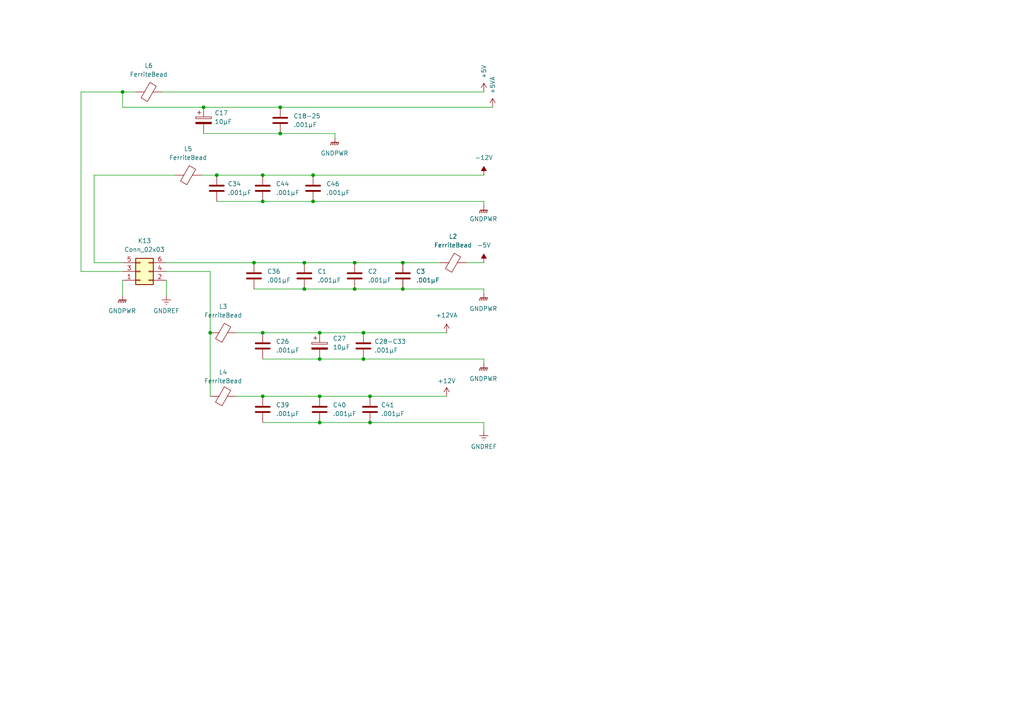
<source format=kicad_sch>
(kicad_sch (version 20230121) (generator eeschema)
  (paper "A4")
  (title_block (title "Powerplug") (rev "1") (comment 1 "Main Logic Board B20-0044 Rev 01"))
  (lib_symbols
    (symbol "Connector_Generic:Conn_02x03_Counter_Clockwise" (pin_names (offset 1.016) hide)
      (property "Reference" "K13" (at 1.27 8.89 0))
      (property "Value" "Conn_02x03" (at 1.27 6.35 0))
      (symbol "Conn_02x03_Counter_Clockwise_1_1"
        (rectangle (start -1.27 -2.413) (end 0 -2.667) (stroke (width 0.1524)))
        (rectangle (start -1.27 0.127) (end 0 -0.127) (stroke (width 0.1524)))
        (rectangle (start -1.27 2.667) (end 0 2.413) (stroke (width 0.1524)))
        (rectangle (start -1.27 3.81) (end 3.81 -3.81) (stroke (width 0.254)) (fill (type background)))
        (rectangle (start 3.81 -2.413) (end 2.54 -2.667) (stroke (width 0.1524)))
        (rectangle (start 3.81 0.127) (end 2.54 -0.127) (stroke (width 0.1524)))
        (rectangle (start 3.81 2.667) (end 2.54 2.413) (stroke (width 0.1524)))
        (pin passive line (at -5.08 -2.54 0) (length 3.81) (name "Pin_1") (number "1"))
        (pin passive line (at 7.62 -2.54 180) (length 3.81) (name "Pin_2") (number "2"))
        (pin passive line (at -5.08 0 0) (length 3.81) (name "Pin_3") (number "3"))
        (pin passive line (at 7.62 0 180) (length 3.81) (name "Pin_4") (number "4"))
        (pin passive line (at -5.08 2.54 0) (length 3.81) (name "Pin_5") (number "5"))
        (pin passive line (at 7.62 2.54 180) (length 3.81) (name "Pin_6") (number "6"))
      )
    )
    (symbol "Device:C" (pin_numbers hide) (pin_names (offset 0.254))
      (property "Reference" "C" (at 0.635 2.54 0))
      (property "Value" "C" (at 0.635 -2.54 0))
      (symbol "C_0_1"
        (polyline (pts (xy -2.032 -0.762) (xy 2.032 -0.762)) (stroke (width 0.508)))
        (polyline (pts (xy -2.032 0.762) (xy 2.032 0.762)) (stroke (width 0.508)))
      )
      (symbol "C_1_1"
        (pin passive line (at 0 3.81 270) (length 2.794) (name "~") (number "1"))
        (pin passive line (at 0 -3.81 90) (length 2.794) (name "~") (number "2"))
      )
    )
    (symbol "Device:C_Polarized" (pin_numbers hide) (pin_names (offset 0.254))
      (property "Reference" "C" (at 0.635 2.54 0))
      (property "Value" "C_Polarized" (at 0.635 -2.54 0))
      (symbol "C_Polarized_0_1"
        (rectangle (start -2.286 0.508) (end 2.286 1.016))
        (polyline (pts (xy -1.778 2.286) (xy -0.762 2.286)))
        (polyline (pts (xy -1.27 2.794) (xy -1.27 1.778)))
        (rectangle (start 2.286 -0.508) (end -2.286 -1.016) (fill (type outline)))
      )
      (symbol "C_Polarized_1_1"
        (pin passive line (at 0 3.81 270) (length 2.794) (name "~") (number "1"))
        (pin passive line (at 0 -3.81 90) (length 2.794) (name "~") (number "2"))
      )
    )
    (symbol "Device:FerriteBead" (pin_numbers hide) (pin_names (offset 0))
      (property "Reference" "FB" (at -3.81 0.635 90))
      (property "Value" "FerriteBead" (at 3.81 0 90))
      (symbol "FerriteBead_0_1"
        (polyline (pts (xy 0 -1.27) (xy 0 -1.2192)))
        (polyline (pts (xy 0 1.27) (xy 0 1.2954)))
        (polyline (pts (xy -2.7686 0.4064) (xy -1.7018 2.2606) (xy 2.7686 -0.3048) (xy 1.6764 -2.159) (xy -2.7686 0.4064)))
      )
      (symbol "FerriteBead_1_1"
        (pin passive line (at 0 3.81 270) (length 2.54) (name "~") (number "1"))
        (pin passive line (at 0 -3.81 90) (length 2.54) (name "~") (number "2"))
      )
    )
    (symbol "power:+12V" (power) (pin_names (offset 0))
      (property "Value" "+12V" (at 0 3.556 0))
      (symbol "+12V_0_1"
        (polyline (pts (xy -0.762 1.27) (xy 0 2.54)))
        (polyline (pts (xy 0 0) (xy 0 2.54)))
        (polyline (pts (xy 0 2.54) (xy 0.762 1.27)))
      )
      (symbol "+12V_1_1"
        (pin power_in line (at 0 0 90) (length 0) hide (name "+12V") (number "1"))
      )
    )
    (symbol "power:+12VA" (power) (pin_names (offset 0))
      (property "Value" "+12VA" (at 0 3.556 0))
      (symbol "+12VA_0_1"
        (polyline (pts (xy -0.762 1.27) (xy 0 2.54)))
        (polyline (pts (xy 0 0) (xy 0 2.54)))
        (polyline (pts (xy 0 2.54) (xy 0.762 1.27)))
      )
      (symbol "+12VA_1_1"
        (pin power_in line (at 0 0 90) (length 0) hide (name "+12VA") (number "1"))
      )
    )
    (symbol "power:+5V" (power) (pin_names (offset 0))
      (property "Value" "+5V" (at 0 3.556 0))
      (symbol "+5V_0_1"
        (polyline (pts (xy -0.762 1.27) (xy 0 2.54)))
        (polyline (pts (xy 0 0) (xy 0 2.54)))
        (polyline (pts (xy 0 2.54) (xy 0.762 1.27)))
      )
      (symbol "+5V_1_1"
        (pin power_in line (at 0 0 90) (length 0) hide (name "+5V") (number "1"))
      )
    )
    (symbol "power:+5VA" (power) (pin_names (offset 0))
      (property "Value" "+5VA" (at 0 3.556 0))
      (symbol "+5VA_0_1"
        (polyline (pts (xy -0.762 1.27) (xy 0 2.54)))
        (polyline (pts (xy 0 0) (xy 0 2.54)))
        (polyline (pts (xy 0 2.54) (xy 0.762 1.27)))
      )
      (symbol "+5VA_1_1"
        (pin power_in line (at 0 0 90) (length 0) hide (name "+5VA") (number "1"))
      )
    )
    (symbol "power:-12V" (power) (pin_names (offset 0))
      (property "Value" "-12V" (at 0 3.81 0))
      (symbol "-12V_0_0"
        (pin power_in line (at 0 0 90) (length 0) hide (name "-12V") (number "1"))
      )
      (symbol "-12V_0_1"
        (polyline (pts (xy 0 0) (xy 0 1.27) (xy 0.762 1.27) (xy 0 2.54) (xy -0.762 1.27) (xy 0 1.27)) (fill (type outline)))
      )
    )
    (symbol "power:-5V" (power) (pin_names (offset 0))
      (property "Value" "-5V" (at 0 3.81 0))
      (symbol "-5V_0_0"
        (pin power_in line (at 0 0 90) (length 0) hide (name "-5V") (number "1"))
      )
      (symbol "-5V_0_1"
        (polyline (pts (xy 0 0) (xy 0 1.27) (xy 0.762 1.27) (xy 0 2.54) (xy -0.762 1.27) (xy 0 1.27)) (fill (type outline)))
      )
    )
    (symbol "power:GNDPWR" (power) (pin_names (offset 0))
      (property "Value" "GNDPWR" (at 0 -3.302 0))
      (symbol "GNDPWR_0_1"
        (polyline (pts (xy 0 -1.27) (xy 0 0)))
        (polyline (pts (xy -1.016 -1.27) (xy -1.27 -2.032) (xy -1.27 -2.032)) (stroke (width 0.2032)))
        (polyline (pts (xy -0.508 -1.27) (xy -0.762 -2.032) (xy -0.762 -2.032)) (stroke (width 0.2032)))
        (polyline (pts (xy 0 -1.27) (xy -0.254 -2.032) (xy -0.254 -2.032)) (stroke (width 0.2032)))
        (polyline (pts (xy 0.508 -1.27) (xy 0.254 -2.032) (xy 0.254 -2.032)) (stroke (width 0.2032)))
        (polyline (pts (xy 1.016 -1.27) (xy -1.016 -1.27) (xy -1.016 -1.27)) (stroke (width 0.2032)))
        (polyline (pts (xy 1.016 -1.27) (xy 0.762 -2.032) (xy 0.762 -2.032) (xy 0.762 -2.032)) (stroke (width 0.2032)))
      )
      (symbol "GNDPWR_1_1"
        (pin power_in line (at 0 0 270) (length 0) hide (name "GNDPWR") (number "1"))
      )
    )
    (symbol "power:GNDREF" (power) (pin_names (offset 0))
      (property "Value" "GNDREF" (at 0 -3.81 0))
      (symbol "GNDREF_0_1"
        (polyline (pts (xy -0.635 -1.905) (xy 0.635 -1.905)))
        (polyline (pts (xy -0.127 -2.54) (xy 0.127 -2.54)))
        (polyline (pts (xy 0 -1.27) (xy 0 0)))
        (polyline (pts (xy 1.27 -1.27) (xy -1.27 -1.27)))
      )
      (symbol "GNDREF_1_1"
        (pin power_in line (at 0 0 270) (length 0) hide (name "GNDREF") (number "1"))
      )
    )
  )
  (junction (at 60.96 96.52))
  (junction (at 35.56 26.67))
  (junction (at 90.805 58.42))
  (junction (at 62.865 50.8))
  (junction (at 102.87 76.2))
  (junction (at 76.2 50.8))
  (junction (at 59.055 31.115))
  (junction (at 88.265 83.82))
  (junction (at 116.84 76.2))
  (junction (at 76.2 114.935))
  (junction (at 105.41 96.52))
  (junction (at 116.84 83.82))
  (junction (at 102.87 83.82))
  (junction (at 105.41 104.14))
  (junction (at 92.71 104.14))
  (junction (at 107.315 114.935))
  (junction (at 90.805 50.8))
  (junction (at 81.28 38.735))
  (junction (at 92.71 114.935))
  (junction (at 76.2 58.42))
  (junction (at 81.28 31.115))
  (junction (at 76.2 96.52))
  (junction (at 92.71 96.52))
  (junction (at 88.265 76.2))
  (junction (at 107.315 122.555))
  (junction (at 92.71 122.555))
  (junction (at 73.66 76.2))
  (wire (pts (xy 140.335 58.42) (xy 140.335 59.69)))
  (wire (pts (xy 35.56 81.28) (xy 35.56 85.725)))
  (wire (pts (xy 58.42 50.8) (xy 62.865 50.8)))
  (wire (pts (xy 97.155 38.735) (xy 97.155 40.005)))
  (wire (pts (xy 35.56 76.2) (xy 27.305 76.2)))
  (wire (pts (xy 116.84 83.82) (xy 140.335 83.82)))
  (wire (pts (xy 116.84 76.2) (xy 127.635 76.2)))
  (wire (pts (xy 35.56 26.67) (xy 35.56 31.115)))
  (wire (pts (xy 27.305 76.2) (xy 27.305 50.8)))
  (wire (pts (xy 35.56 26.67) (xy 39.37 26.67)))
  (wire (pts (xy 102.87 76.2) (xy 116.84 76.2)))
  (wire (pts (xy 76.2 114.935) (xy 92.71 114.935)))
  (wire (pts (xy 48.26 76.2) (xy 73.66 76.2)))
  (wire (pts (xy 140.335 122.555) (xy 140.335 125.095)))
  (wire (pts (xy 76.2 122.555) (xy 92.71 122.555)))
  (wire (pts (xy 92.71 104.14) (xy 105.41 104.14)))
  (wire (pts (xy 59.055 31.115) (xy 81.28 31.115)))
  (wire (pts (xy 68.58 114.935) (xy 76.2 114.935)))
  (wire (pts (xy 81.28 38.735) (xy 97.155 38.735)))
  (wire (pts (xy 76.2 96.52) (xy 92.71 96.52)))
  (wire (pts (xy 76.2 58.42) (xy 90.805 58.42)))
  (wire (pts (xy 76.2 50.8) (xy 90.805 50.8)))
  (wire (pts (xy 23.495 78.74) (xy 23.495 26.67)))
  (wire (pts (xy 48.26 81.28) (xy 48.26 85.725)))
  (wire (pts (xy 76.2 104.14) (xy 92.71 104.14)))
  (wire (pts (xy 105.41 96.52) (xy 129.54 96.52)))
  (wire (pts (xy 35.56 31.115) (xy 59.055 31.115)))
  (wire (pts (xy 73.66 83.82) (xy 88.265 83.82)))
  (wire (pts (xy 46.99 26.67) (xy 140.335 26.67)))
  (wire (pts (xy 62.865 50.8) (xy 76.2 50.8)))
  (wire (pts (xy 92.71 114.935) (xy 107.315 114.935)))
  (wire (pts (xy 92.71 122.555) (xy 107.315 122.555)))
  (wire (pts (xy 105.41 104.14) (xy 140.335 104.14)))
  (wire (pts (xy 48.26 78.74) (xy 60.96 78.74)))
  (wire (pts (xy 68.58 96.52) (xy 76.2 96.52)))
  (wire (pts (xy 81.28 31.115) (xy 142.875 31.115)))
  (wire (pts (xy 35.56 78.74) (xy 23.495 78.74)))
  (wire (pts (xy 60.96 78.74) (xy 60.96 96.52)))
  (wire (pts (xy 107.315 114.935) (xy 129.54 114.935)))
  (wire (pts (xy 107.315 122.555) (xy 140.335 122.555)))
  (wire (pts (xy 62.865 58.42) (xy 76.2 58.42)))
  (wire (pts (xy 23.495 26.67) (xy 35.56 26.67)))
  (wire (pts (xy 27.305 50.8) (xy 50.8 50.8)))
  (wire (pts (xy 90.805 58.42) (xy 140.335 58.42)))
  (wire (pts (xy 59.055 38.735) (xy 81.28 38.735)))
  (wire (pts (xy 60.96 96.52) (xy 60.96 114.935)))
  (wire (pts (xy 88.265 76.2) (xy 102.87 76.2)))
  (wire (pts (xy 92.71 96.52) (xy 105.41 96.52)))
  (wire (pts (xy 73.66 76.2) (xy 88.265 76.2)))
  (wire (pts (xy 135.255 76.2) (xy 140.335 76.2)))
  (wire (pts (xy 90.805 50.8) (xy 140.335 50.8)))
  (wire (pts (xy 102.87 83.82) (xy 116.84 83.82)))
  (wire (pts (xy 88.265 83.82) (xy 102.87 83.82)))
  (wire (pts (xy 140.335 104.14) (xy 140.335 105.41)))
  (wire (pts (xy 140.335 83.82) (xy 140.335 85.09)))
  (symbol (lib_id "Device:FerriteBead") (at 64.77 96.52 90) (unit 1)
    (property "Reference" "L3" (at 64.7192 88.9 90))
    (property "Value" "FerriteBead" (at 64.7192 91.44 90))
  )
  (symbol (lib_id "Device:C_Polarized") (at 92.71 100.33 0) (unit 1)
    (property "Reference" "C27" (at 96.52 98.171 0) (effects (justify left)))
    (property "Value" "10µF" (at 96.52 100.711 0) (effects (justify left)))
  )
  (symbol (lib_id "power:+12VA") (at 129.54 96.52 0) (unit 1)
    (property "Reference" "#PWR?" (effects hide))
    (property "Value" "+12VA" (at 129.54 91.44 0))
  )
  (symbol (lib_id "Device:C_Polarized") (at 59.055 34.925 0) (unit 1)
    (property "Reference" "C17" (at 62.23 32.766 0) (effects (justify left)))
    (property "Value" "10µF" (at 62.23 35.306 0) (effects (justify left)))
  )
  (symbol (lib_id "Connector_Generic:Conn_02x03_Counter_Clockwise") (at 40.64 78.74 0) (unit 1)
    (property "Reference" "K13" (at 41.91 69.85 0))
    (property "Value" "Conn_02x03" (at 41.91 72.39 0))
  )
  (symbol (lib_id "power:+12V") (at 129.54 114.935 0) (unit 1)
    (property "Reference" "#PWR?" (effects hide))
    (property "Value" "+12V" (at 129.54 110.49 0))
  )
  (symbol (lib_id "Device:FerriteBead") (at 43.18 26.67 90) (unit 1)
    (property "Reference" "L6" (at 43.1292 19.05 90))
    (property "Value" "FerriteBead" (at 43.1292 21.59 90))
  )
  (symbol (lib_id "power:-5V") (at 140.335 76.2 0) (unit 1)
    (property "Reference" "#PWR?" (effects hide))
    (property "Value" "-5V" (at 140.335 71.12 0))
  )
  (symbol (lib_id "Device:C") (at 92.71 118.745 0) (unit 1)
    (property "Reference" "C40" (at 96.52 117.475 0) (effects (justify left)))
    (property "Value" ".001µF" (at 96.52 120.015 0) (effects (justify left)))
  )
  (symbol (lib_id "power:+5VA") (at 142.875 31.115 0) (unit 1)
    (property "Reference" "#PWR?" (effects hide))
    (property "Value" "+5VA" (at 142.875 27.305 90) (effects (justify left)))
  )
  (symbol (lib_id "power:GNDPWR") (at 140.335 59.69 0) (unit 1)
    (property "Reference" "#PWR?" (effects hide))
    (property "Value" "GNDPWR" (at 140.208 63.5 0))
  )
  (symbol (lib_id "Device:C") (at 102.87 80.01 0) (unit 1)
    (property "Reference" "C2" (at 106.68 78.74 0) (effects (justify left)))
    (property "Value" ".001µF" (at 106.68 81.28 0) (effects (justify left)))
  )
  (symbol (lib_id "Device:FerriteBead") (at 54.61 50.8 90) (unit 1)
    (property "Reference" "L5" (at 54.5592 43.18 90))
    (property "Value" "FerriteBead" (at 54.5592 45.72 90))
  )
  (symbol (lib_id "Device:C") (at 62.865 54.61 0) (unit 1)
    (property "Reference" "C34" (at 66.04 53.34 0) (effects (justify left)))
    (property "Value" ".001µF" (at 66.04 55.88 0) (effects (justify left)))
  )
  (symbol (lib_id "power:GNDPWR") (at 97.155 40.005 0) (unit 1)
    (property "Reference" "#PWR?" (effects hide))
    (property "Value" "GNDPWR" (at 97.028 44.45 0))
  )
  (symbol (lib_id "power:GNDPWR") (at 35.56 85.725 0) (unit 1)
    (property "Reference" "#PWR?" (effects hide))
    (property "Value" "GNDPWR" (at 35.433 90.17 0))
  )
  (symbol (lib_id "Device:C") (at 107.315 118.745 0) (unit 1)
    (property "Reference" "C41" (at 110.49 117.475 0) (effects (justify left)))
    (property "Value" ".001µF" (at 110.49 120.015 0) (effects (justify left)))
  )
  (symbol (lib_id "Device:C") (at 90.805 54.61 0) (unit 1)
    (property "Reference" "C46" (at 94.615 53.34 0) (effects (justify left)))
    (property "Value" ".001µF" (at 94.615 55.88 0) (effects (justify left)))
  )
  (symbol (lib_id "power:GNDREF") (at 48.26 85.725 0) (unit 1)
    (property "Reference" "#PWR?" (effects hide))
    (property "Value" "GNDREF" (at 48.26 90.17 0))
  )
  (symbol (lib_id "Device:FerriteBead") (at 64.77 114.935 90) (unit 1)
    (property "Reference" "L4" (at 64.7192 107.95 90))
    (property "Value" "FerriteBead" (at 64.7192 110.49 90))
  )
  (symbol (lib_id "power:GNDREF") (at 140.335 125.095 0) (unit 1)
    (property "Reference" "#PWR?" (effects hide))
    (property "Value" "GNDREF" (at 140.335 129.54 0))
  )
  (symbol (lib_id "Device:C") (at 76.2 54.61 0) (unit 1)
    (property "Reference" "C44" (at 80.01 53.34 0) (effects (justify left)))
    (property "Value" ".001µF" (at 80.01 55.88 0) (effects (justify left)))
  )
  (symbol (lib_id "Device:C") (at 116.84 80.01 0) (unit 1)
    (property "Reference" "C3" (at 120.65 78.74 0) (effects (justify left)))
    (property "Value" ".001µF" (at 120.65 81.28 0) (effects (justify left)))
  )
  (symbol (lib_id "Device:C") (at 73.66 80.01 0) (unit 1)
    (property "Reference" "C36" (at 77.47 78.74 0) (effects (justify left)))
    (property "Value" ".001µF" (at 77.47 81.28 0) (effects (justify left)))
  )
  (symbol (lib_id "Device:C") (at 105.41 100.33 0) (unit 1)
    (property "Reference" "C28-C33" (at 108.585 99.06 0) (effects (justify left)))
    (property "Value" ".001µF" (at 108.585 101.6 0) (effects (justify left)))
  )
  (symbol (lib_id "power:GNDPWR") (at 140.335 105.41 0) (unit 1)
    (property "Reference" "#PWR?" (effects hide))
    (property "Value" "GNDPWR" (at 140.208 109.855 0))
  )
  (symbol (lib_id "Device:C") (at 76.2 118.745 0) (unit 1)
    (property "Reference" "C39" (at 80.01 117.475 0) (effects (justify left)))
    (property "Value" ".001µF" (at 80.01 120.015 0) (effects (justify left)))
  )
  (symbol (lib_id "Device:C") (at 88.265 80.01 0) (unit 1)
    (property "Reference" "C1" (at 92.075 78.74 0) (effects (justify left)))
    (property "Value" ".001µF" (at 92.075 81.28 0) (effects (justify left)))
  )
  (symbol (lib_id "power:-12V") (at 140.335 50.8 0) (unit 1)
    (property "Reference" "#PWR?" (effects hide))
    (property "Value" "-12V" (at 140.335 45.72 0))
  )
  (symbol (lib_id "power:GNDPWR") (at 140.335 85.09 0) (unit 1)
    (property "Reference" "#PWR?" (effects hide))
    (property "Value" "GNDPWR" (at 140.208 89.535 0))
  )
  (symbol (lib_id "power:+5V") (at 140.335 26.67 0) (unit 1)
    (property "Reference" "#PWR?" (effects hide))
    (property "Value" "+5V" (at 140.335 22.86 90) (effects (justify left)))
  )
  (symbol (lib_id "Device:C") (at 76.2 100.33 0) (unit 1)
    (property "Reference" "C26" (at 80.01 99.06 0) (effects (justify left)))
    (property "Value" ".001µF" (at 80.01 101.6 0) (effects (justify left)))
  )
  (symbol (lib_id "Device:C") (at 81.28 34.925 0) (unit 1)
    (property "Reference" "C18-25" (at 85.09 33.655 0) (effects (justify left)))
    (property "Value" ".001µF" (at 85.09 36.195 0) (effects (justify left)))
  )
  (symbol (lib_id "Device:FerriteBead") (at 131.445 76.2 90) (unit 1)
    (property "Reference" "L2" (at 131.3942 68.58 90))
    (property "Value" "FerriteBead" (at 131.3942 71.12 90))
  )
)
</source>
